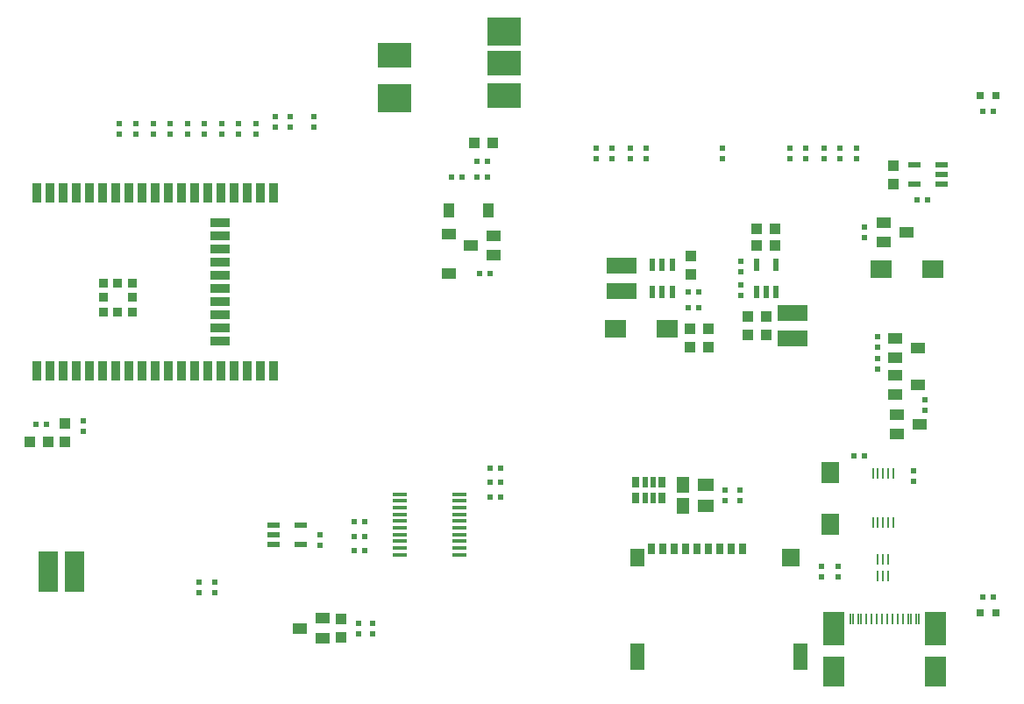
<source format=gbr>
G04 #@! TF.GenerationSoftware,KiCad,Pcbnew,5.1.0-rc2-unknown-036be7d~80~ubuntu16.04.1*
G04 #@! TF.CreationDate,2023-05-31T16:01:49+03:00*
G04 #@! TF.ProjectId,ESP32-SBC-FabGL_Rev_B,45535033-322d-4534-9243-2d466162474c,B*
G04 #@! TF.SameCoordinates,Original*
G04 #@! TF.FileFunction,Paste,Top*
G04 #@! TF.FilePolarity,Positive*
%FSLAX46Y46*%
G04 Gerber Fmt 4.6, Leading zero omitted, Abs format (unit mm)*
G04 Created by KiCad (PCBNEW 5.1.0-rc2-unknown-036be7d~80~ubuntu16.04.1) date 2023-05-31 16:01:49*
%MOMM*%
%LPD*%
G04 APERTURE LIST*
%ADD10R,3.253999X2.354000*%
%ADD11R,3.253999X2.754000*%
%ADD12R,1.016000X1.016000*%
%ADD13R,0.500000X0.550000*%
%ADD14R,0.800000X0.800000*%
%ADD15R,1.700000X2.000000*%
%ADD16R,2.000000X1.700000*%
%ADD17R,1.400000X1.000000*%
%ADD18R,3.000000X1.600000*%
%ADD19R,1.270000X1.524000*%
%ADD20R,1.400000X2.600000*%
%ADD21R,1.800000X1.800000*%
%ADD22R,1.400000X1.800000*%
%ADD23R,0.700000X1.100000*%
%ADD24R,0.550000X0.500000*%
%ADD25R,0.508000X1.016000*%
%ADD26R,0.762000X1.016000*%
%ADD27R,1.524000X1.270000*%
%ADD28R,1.000000X1.400000*%
%ADD29R,1.400000X0.350000*%
%ADD30R,1.200000X0.550000*%
%ADD31R,0.230000X0.980000*%
%ADD32R,0.550000X1.200000*%
%ADD33R,0.900000X0.900000*%
%ADD34R,0.901600X1.901600*%
%ADD35R,1.901600X0.901600*%
%ADD36R,1.905000X3.937000*%
%ADD37R,0.280000X1.130000*%
%ADD38R,0.230000X1.130000*%
%ADD39R,2.100000X3.200000*%
%ADD40R,2.100000X3.000000*%
G04 APERTURE END LIST*
D10*
X153300000Y-53900000D03*
X142700000Y-53100000D03*
X153300000Y-57000000D03*
D11*
X142700000Y-57300000D03*
X153300000Y-50800000D03*
D12*
X177673000Y-71501000D03*
X179451000Y-71501000D03*
X171323000Y-74295000D03*
X171323000Y-72517000D03*
X178562000Y-78359000D03*
X178562000Y-80137000D03*
X176784000Y-78359000D03*
X176784000Y-80137000D03*
D13*
X109093000Y-88773000D03*
X108077000Y-88773000D03*
D12*
X110871000Y-90424000D03*
X110871000Y-88646000D03*
D14*
X200762000Y-57000000D03*
X199238000Y-57000000D03*
D15*
X184785000Y-93385000D03*
X184785000Y-98385000D03*
D16*
X189651000Y-73787000D03*
X194651000Y-73787000D03*
D17*
X189900560Y-69281040D03*
X189900560Y-71183500D03*
X192110360Y-70228460D03*
X135727441Y-109407960D03*
X135727441Y-107505500D03*
X133517641Y-108460540D03*
D18*
X164592000Y-73476000D03*
X164592000Y-75876000D03*
X181102000Y-80448000D03*
X181102000Y-78048000D03*
D19*
X170561000Y-94615000D03*
X170561000Y-96647000D03*
D20*
X166150000Y-111230000D03*
X181850000Y-111230000D03*
D21*
X180950000Y-101630000D03*
D22*
X166150000Y-101630000D03*
D23*
X167450000Y-100750000D03*
X168550000Y-100750000D03*
X169650000Y-100750000D03*
X170750000Y-100750000D03*
X171850000Y-100750000D03*
X172950000Y-100750000D03*
X174050000Y-100750000D03*
X175150000Y-100750000D03*
X176250000Y-100750000D03*
D14*
X200762000Y-107000000D03*
X199238000Y-107000000D03*
D13*
X199517000Y-105410000D03*
X200533000Y-105410000D03*
D24*
X188087000Y-70739000D03*
X188087000Y-69723000D03*
D13*
X199517000Y-58547000D03*
X200533000Y-58547000D03*
X194183000Y-67056000D03*
X193167000Y-67056000D03*
D24*
X192786000Y-93218000D03*
X192786000Y-94234000D03*
X176149000Y-76327000D03*
X176149000Y-75311000D03*
X176149000Y-73025000D03*
X176149000Y-74041000D03*
D13*
X139827000Y-98171000D03*
X138811000Y-98171000D03*
X138811000Y-99568000D03*
X139827000Y-99568000D03*
X151892000Y-92964000D03*
X152908000Y-92964000D03*
X152908000Y-94361000D03*
X151892000Y-94361000D03*
D24*
X165481000Y-62103000D03*
X165481000Y-63119000D03*
X163703000Y-62103000D03*
X163703000Y-63119000D03*
X167005000Y-63119000D03*
X167005000Y-62103000D03*
X162179000Y-63119000D03*
X162179000Y-62103000D03*
X140589000Y-107950000D03*
X140589000Y-108966000D03*
X139192000Y-108966000D03*
X139192000Y-107950000D03*
X123825000Y-105029000D03*
X123825000Y-104013000D03*
X184150000Y-62103000D03*
X184150000Y-63119000D03*
X182372000Y-62103000D03*
X182372000Y-63119000D03*
X185674000Y-63119000D03*
X185674000Y-62103000D03*
X180848000Y-63119000D03*
X180848000Y-62103000D03*
X125349000Y-105029000D03*
X125349000Y-104013000D03*
D13*
X150876000Y-74167999D03*
X151892000Y-74167999D03*
X151638000Y-63373000D03*
X150622000Y-63373000D03*
D24*
X132588000Y-60071000D03*
X132588000Y-59055000D03*
D13*
X148209000Y-64897000D03*
X149225000Y-64897000D03*
D25*
X166878000Y-94361000D03*
X167640000Y-94361000D03*
X166878000Y-95885000D03*
X167640000Y-95885000D03*
D26*
X165989000Y-94361000D03*
X165989000Y-95885000D03*
X168529000Y-94361000D03*
X168529000Y-95885000D03*
D24*
X124333000Y-59690000D03*
X124333000Y-60706000D03*
X134874000Y-59055000D03*
X134874000Y-60071000D03*
D13*
X139827000Y-100965000D03*
X138811000Y-100965000D03*
D12*
X190881000Y-65532000D03*
X190881000Y-63754000D03*
D13*
X187071000Y-91821000D03*
X188087000Y-91821000D03*
D12*
X177673000Y-69850000D03*
X179451000Y-69850000D03*
X172974000Y-81280000D03*
X172974000Y-79502000D03*
X171196000Y-81280000D03*
X171196000Y-79502000D03*
D13*
X151892000Y-95758000D03*
X152908000Y-95758000D03*
D24*
X174371000Y-62103000D03*
X174371000Y-63119000D03*
D12*
X107442000Y-90424000D03*
X109220000Y-90424000D03*
X137541000Y-109346999D03*
X137541000Y-107568999D03*
D24*
X187325000Y-63119000D03*
X187325000Y-62103000D03*
D12*
X152146000Y-61595000D03*
X150368000Y-61595000D03*
D13*
X151638000Y-64897000D03*
X150622000Y-64897000D03*
D27*
X172720000Y-94615000D03*
X172720000Y-96647000D03*
D16*
X168997000Y-79502000D03*
X163997000Y-79502000D03*
D17*
X193378000Y-88773000D03*
X191178000Y-89723000D03*
X191178000Y-87823000D03*
X147955000Y-74168000D03*
X147955000Y-70368000D03*
D28*
X151755000Y-68072000D03*
X147955000Y-68072000D03*
D17*
X152237440Y-72450960D03*
X152237440Y-70548500D03*
X150027640Y-71503540D03*
D13*
X171069000Y-77470000D03*
X172085000Y-77470000D03*
D24*
X189357000Y-80264000D03*
X189357000Y-81280000D03*
D13*
X172085000Y-75946000D03*
X171069000Y-75946000D03*
D29*
X148950000Y-101350000D03*
X148950000Y-100700000D03*
X148950000Y-100050000D03*
X148950000Y-99400000D03*
X148950000Y-98750000D03*
X148950000Y-98100000D03*
X148950000Y-97450000D03*
X148950000Y-96800000D03*
X148950000Y-96150000D03*
X148950000Y-95500000D03*
X143150000Y-95500000D03*
X143150000Y-96150000D03*
X143150000Y-96800000D03*
X143150000Y-97450000D03*
X143150000Y-98100000D03*
X143150000Y-98750000D03*
X143150000Y-99400000D03*
X143150000Y-100050000D03*
X143150000Y-100700000D03*
X143150000Y-101350000D03*
D30*
X195483000Y-65593000D03*
X195483000Y-64643000D03*
X195483000Y-63693000D03*
X192883000Y-65593000D03*
X192883000Y-63693000D03*
D31*
X189865000Y-101806000D03*
X189365000Y-101806000D03*
X190365000Y-101806000D03*
X189365000Y-103426000D03*
X189865000Y-103426000D03*
X190365000Y-103426000D03*
X188865000Y-93485000D03*
X189365000Y-93485000D03*
X189865000Y-93485000D03*
X190365000Y-93485000D03*
X190865000Y-93485000D03*
X190865000Y-98285000D03*
X190365000Y-98285000D03*
X189865000Y-98285000D03*
X189365000Y-98285000D03*
X188865000Y-98285000D03*
D32*
X177612001Y-75976000D03*
X178562001Y-75976000D03*
X179512001Y-75976000D03*
X177612001Y-73376000D03*
X179512001Y-73376000D03*
X167579000Y-75976100D03*
X168529000Y-75976100D03*
X169479000Y-75976100D03*
X169479000Y-73375900D03*
X168529000Y-73375900D03*
X167579000Y-73375900D03*
D33*
X115940000Y-75100000D03*
X115940000Y-77900000D03*
X117340000Y-76500000D03*
X114540000Y-77900000D03*
D34*
X108140000Y-66400000D03*
X109410000Y-66400000D03*
X110680000Y-66400000D03*
X111950000Y-66400000D03*
X113220000Y-66400000D03*
X114490000Y-66400000D03*
X115760000Y-66400000D03*
X117030000Y-66400000D03*
X118300000Y-66400000D03*
X119570000Y-66400000D03*
X120840000Y-66400000D03*
X122110000Y-66400000D03*
X123380000Y-66400000D03*
X124650000Y-66400000D03*
D35*
X125800000Y-69285000D03*
X125800000Y-70555000D03*
X125800000Y-71825000D03*
X125800000Y-73095000D03*
X125800000Y-74365000D03*
X125800000Y-75635000D03*
X125800000Y-76905000D03*
X125800000Y-78175000D03*
X125800000Y-79445000D03*
X125800000Y-80715000D03*
D34*
X124650000Y-83600000D03*
X123380000Y-83600000D03*
X122110000Y-83600000D03*
X120840000Y-83600000D03*
X119570000Y-83600000D03*
X118300000Y-83600000D03*
X117030000Y-83600000D03*
X115760000Y-83600000D03*
X114490000Y-83600000D03*
X113220000Y-83600000D03*
X111950000Y-83600000D03*
X110680000Y-83600000D03*
X109410000Y-83600000D03*
X108140000Y-83600000D03*
D33*
X114540000Y-76500000D03*
D34*
X129730000Y-83600000D03*
X128460000Y-83600000D03*
X127190000Y-83600000D03*
X125920000Y-83600000D03*
X131000000Y-83600000D03*
X131000000Y-66400000D03*
X125920000Y-66400000D03*
X127190000Y-66400000D03*
X128460000Y-66400000D03*
X129730000Y-66400000D03*
D33*
X117340000Y-77900000D03*
X114540000Y-75100000D03*
X117340000Y-75100000D03*
D24*
X112649000Y-88392000D03*
X112649000Y-89408000D03*
X176022000Y-96139000D03*
X176022000Y-95123000D03*
X174625000Y-96139000D03*
X174625000Y-95123000D03*
X125984000Y-59690000D03*
X125984000Y-60706000D03*
X131191000Y-59055000D03*
X131191000Y-60071000D03*
X119380000Y-59690000D03*
X119380000Y-60706000D03*
X135509000Y-99441000D03*
X135509000Y-100457000D03*
D30*
X133634000Y-100391000D03*
X133634000Y-98491000D03*
X131034000Y-100391000D03*
X131034000Y-99441000D03*
X131034000Y-98491000D03*
D17*
X191043560Y-80457040D03*
X191043560Y-82359500D03*
X193253360Y-81404460D03*
X193253360Y-84960460D03*
X191043560Y-85915500D03*
X191043560Y-84013040D03*
D24*
X193929000Y-86360000D03*
X193929000Y-87376000D03*
X189357000Y-82423000D03*
X189357000Y-83439000D03*
D36*
X109230000Y-103000000D03*
X111770000Y-103000000D03*
D24*
X183896000Y-102489000D03*
X183896000Y-103505000D03*
X185547000Y-103505000D03*
X185547000Y-102489000D03*
X116078000Y-59690000D03*
X116078000Y-60706000D03*
X117729000Y-60706000D03*
X117729000Y-59690000D03*
X121031000Y-59690000D03*
X121031000Y-60706000D03*
X122682000Y-60706000D03*
X122682000Y-59690000D03*
X127635000Y-59690000D03*
X127635000Y-60706000D03*
X129286000Y-60706000D03*
X129286000Y-59690000D03*
D37*
X193325000Y-107568000D03*
X186675000Y-107568000D03*
X193075000Y-107568000D03*
X186925000Y-107568000D03*
X192525000Y-107568000D03*
X187475000Y-107568000D03*
X192275000Y-107568000D03*
X187725000Y-107568000D03*
D38*
X189750000Y-107568000D03*
X190750000Y-107568000D03*
X191250000Y-107568000D03*
X190250000Y-107568000D03*
X191750000Y-107568000D03*
X189250000Y-107568000D03*
X188750000Y-107568000D03*
X188250000Y-107568000D03*
D39*
X185072400Y-108470000D03*
D40*
X185072400Y-112650000D03*
D39*
X194927600Y-108470000D03*
D40*
X194927600Y-112650000D03*
M02*

</source>
